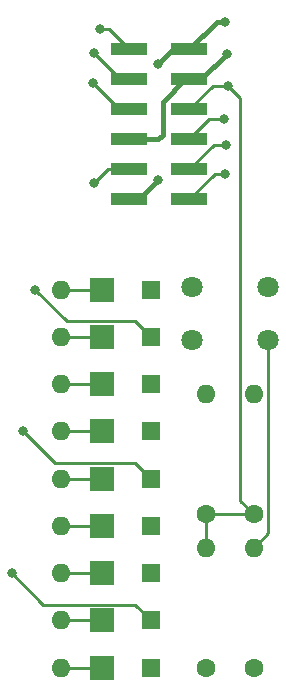
<source format=gbl>
%TF.GenerationSoftware,KiCad,Pcbnew,7.0.7*%
%TF.CreationDate,2024-02-05T11:19:36-08:00*%
%TF.ProjectId,Macro Pad 2 PCB,4d616372-6f20-4506-9164-203220504342,rev?*%
%TF.SameCoordinates,Original*%
%TF.FileFunction,Copper,L2,Bot*%
%TF.FilePolarity,Positive*%
%FSLAX46Y46*%
G04 Gerber Fmt 4.6, Leading zero omitted, Abs format (unit mm)*
G04 Created by KiCad (PCBNEW 7.0.7) date 2024-02-05 11:19:36*
%MOMM*%
%LPD*%
G01*
G04 APERTURE LIST*
%TA.AperFunction,ComponentPad*%
%ADD10R,1.600000X1.600000*%
%TD*%
%TA.AperFunction,ComponentPad*%
%ADD11O,1.600000X1.600000*%
%TD*%
%TA.AperFunction,ComponentPad*%
%ADD12C,1.800000*%
%TD*%
%TA.AperFunction,ComponentPad*%
%ADD13C,1.600000*%
%TD*%
%TA.AperFunction,SMDPad,CuDef*%
%ADD14R,2.000000X2.000000*%
%TD*%
%TA.AperFunction,SMDPad,CuDef*%
%ADD15R,3.150000X1.000000*%
%TD*%
%TA.AperFunction,ViaPad*%
%ADD16C,0.800000*%
%TD*%
%TA.AperFunction,Conductor*%
%ADD17C,0.254000*%
%TD*%
%TA.AperFunction,Conductor*%
%ADD18C,0.381000*%
%TD*%
G04 APERTURE END LIST*
D10*
%TO.P,D7,1,K*%
%TO.N,R0*%
X146280000Y-102000000D03*
D11*
%TO.P,D7,2,A*%
%TO.N,Net-(D7-A)*%
X138660000Y-102000000D03*
%TD*%
D10*
%TO.P,D8,1,K*%
%TO.N,R1*%
X146280000Y-90000000D03*
D11*
%TO.P,D8,2,A*%
%TO.N,Net-(D8-A)*%
X138660000Y-90000000D03*
%TD*%
D12*
%TO.P,SW1,1,A*%
%TO.N,Net-(U1-PB09_A7_D7_RX)*%
X156250000Y-77750000D03*
%TO.P,SW1,2,A*%
X149750000Y-82250000D03*
%TO.P,SW1,3,B*%
%TO.N,Net-(R5-Pad2)*%
X156250000Y-82250000D03*
%TO.P,SW1,4,B*%
X149750000Y-77750000D03*
%TD*%
D10*
%TO.P,D9,1,K*%
%TO.N,R2*%
X146280000Y-78000000D03*
D11*
%TO.P,D9,2,A*%
%TO.N,Net-(D9-A)*%
X138660000Y-78000000D03*
%TD*%
D13*
%TO.P,R2,1*%
%TO.N,+3.3V*%
X151000000Y-97000000D03*
D11*
%TO.P,R2,2*%
%TO.N,C1*%
X151000000Y-86840000D03*
%TD*%
D10*
%TO.P,D2,1,K*%
%TO.N,R1*%
X146280000Y-98000000D03*
D11*
%TO.P,D2,2,A*%
%TO.N,Net-(D2-A)*%
X138660000Y-98000000D03*
%TD*%
D10*
%TO.P,D1,1,K*%
%TO.N,R0*%
X146280000Y-110000000D03*
D11*
%TO.P,D1,2,A*%
%TO.N,Net-(D1-A)*%
X138660000Y-110000000D03*
%TD*%
D10*
%TO.P,D6,1,K*%
%TO.N,R2*%
X146280000Y-82000000D03*
D11*
%TO.P,D6,2,A*%
%TO.N,Net-(D6-A)*%
X138660000Y-82000000D03*
%TD*%
D10*
%TO.P,D3,1,K*%
%TO.N,R2*%
X146280000Y-86000000D03*
D11*
%TO.P,D3,2,A*%
%TO.N,Net-(D3-A)*%
X138660000Y-86000000D03*
%TD*%
D10*
%TO.P,D4,1,K*%
%TO.N,R0*%
X146280000Y-106000000D03*
D11*
%TO.P,D4,2,A*%
%TO.N,Net-(D4-A)*%
X138660000Y-106000000D03*
%TD*%
D13*
%TO.P,R1,1*%
%TO.N,+3.3V*%
X155000000Y-97000000D03*
D11*
%TO.P,R1,2*%
%TO.N,C0*%
X155000000Y-86840000D03*
%TD*%
D13*
%TO.P,R3,1*%
%TO.N,C2*%
X151000000Y-110000000D03*
D11*
%TO.P,R3,2*%
%TO.N,+3.3V*%
X151000000Y-99840000D03*
%TD*%
D13*
%TO.P,R5,1*%
%TO.N,GND*%
X155000000Y-110000000D03*
D11*
%TO.P,R5,2*%
%TO.N,Net-(R5-Pad2)*%
X155000000Y-99840000D03*
%TD*%
D10*
%TO.P,D5,1,K*%
%TO.N,R1*%
X146280000Y-94000000D03*
D11*
%TO.P,D5,2,A*%
%TO.N,Net-(D5-A)*%
X138660000Y-94000000D03*
%TD*%
D14*
%TO.P,J5,1,1*%
%TO.N,Net-(D4-A)*%
X142200000Y-106000000D03*
%TD*%
%TO.P,J6,1,1*%
%TO.N,Net-(D5-A)*%
X142200000Y-94000000D03*
%TD*%
D15*
%TO.P,J1,1,Pin_1*%
%TO.N,+5V*%
X149525000Y-57650000D03*
%TO.P,J1,2,Pin_2*%
%TO.N,A0*%
X144475000Y-57650000D03*
%TO.P,J1,3,Pin_3*%
%TO.N,GND*%
X149525000Y-60190000D03*
%TO.P,J1,4,Pin_4*%
%TO.N,A1*%
X144475000Y-60190000D03*
%TO.P,J1,5,Pin_5*%
%TO.N,+3.3V*%
X149525000Y-62730000D03*
%TO.P,J1,6,Pin_6*%
%TO.N,A2*%
X144475000Y-62730000D03*
%TO.P,J1,7,Pin_7*%
%TO.N,C0*%
X149525000Y-65270000D03*
%TO.P,J1,8,Pin_8*%
%TO.N,GND*%
X144475000Y-65270000D03*
%TO.P,J1,9,Pin_9*%
%TO.N,C1*%
X149525000Y-67810000D03*
%TO.P,J1,10,Pin_10*%
%TO.N,DLED*%
X144475000Y-67810000D03*
%TO.P,J1,11,Pin_11*%
%TO.N,C2*%
X149525000Y-70350000D03*
%TO.P,J1,12,Pin_12*%
%TO.N,+5V*%
X144475000Y-70350000D03*
%TD*%
D14*
%TO.P,J4,1,1*%
%TO.N,Net-(D3-A)*%
X142200000Y-86000000D03*
%TD*%
%TO.P,J9,1,1*%
%TO.N,Net-(D7-A)*%
X142200000Y-102000000D03*
%TD*%
%TO.P,J7,1,1*%
%TO.N,Net-(D6-A)*%
X142200000Y-82000000D03*
%TD*%
%TO.P,J10,1,1*%
%TO.N,Net-(D8-A)*%
X142200000Y-90000000D03*
%TD*%
%TO.P,J8,1,1*%
%TO.N,Net-(D9-A)*%
X142200000Y-78000000D03*
%TD*%
%TO.P,J2,1,1*%
%TO.N,Net-(D1-A)*%
X142200000Y-110000000D03*
%TD*%
%TO.P,J3,1,1*%
%TO.N,Net-(D2-A)*%
X142200000Y-98000000D03*
%TD*%
D16*
%TO.N,R0*%
X134500000Y-102000000D03*
%TO.N,R1*%
X135500000Y-90000000D03*
%TO.N,R2*%
X136500000Y-78000000D03*
%TO.N,+5V*%
X152560000Y-55300000D03*
X146920000Y-58920000D03*
X146920000Y-68680000D03*
%TO.N,GND*%
X152760000Y-58010000D03*
%TO.N,C0*%
X152450000Y-63580000D03*
%TO.N,C1*%
X152660000Y-65710000D03*
%TO.N,C2*%
X152580000Y-68170000D03*
%TO.N,DLED*%
X141500000Y-69000000D03*
%TO.N,A0*%
X142010000Y-55920000D03*
%TO.N,A1*%
X141490000Y-57970000D03*
%TO.N,A2*%
X141370000Y-60490000D03*
%TO.N,+3.3V*%
X152830000Y-60730000D03*
%TD*%
D17*
%TO.N,R0*%
X144953000Y-104673000D02*
X146280000Y-106000000D01*
X137173000Y-104673000D02*
X144953000Y-104673000D01*
X134500000Y-102000000D02*
X137173000Y-104673000D01*
%TO.N,Net-(D1-A)*%
X138660000Y-110000000D02*
X142200000Y-110000000D01*
%TO.N,R1*%
X144953000Y-92673000D02*
X146280000Y-94000000D01*
X135500000Y-90000000D02*
X138173000Y-92673000D01*
X138173000Y-92673000D02*
X144953000Y-92673000D01*
%TO.N,Net-(D2-A)*%
X142200000Y-98000000D02*
X138660000Y-98000000D01*
%TO.N,R2*%
X139173000Y-80673000D02*
X144953000Y-80673000D01*
X144953000Y-80673000D02*
X146280000Y-82000000D01*
X136500000Y-78000000D02*
X139173000Y-80673000D01*
%TO.N,Net-(D3-A)*%
X138660000Y-86000000D02*
X142200000Y-86000000D01*
%TO.N,Net-(D4-A)*%
X138660000Y-106000000D02*
X142200000Y-106000000D01*
%TO.N,Net-(D5-A)*%
X142200000Y-94000000D02*
X138660000Y-94000000D01*
%TO.N,Net-(D6-A)*%
X138660000Y-82000000D02*
X142200000Y-82000000D01*
%TO.N,Net-(D7-A)*%
X138660000Y-102000000D02*
X142200000Y-102000000D01*
%TO.N,Net-(D8-A)*%
X142200000Y-90000000D02*
X138660000Y-90000000D01*
%TO.N,Net-(D9-A)*%
X138660000Y-78000000D02*
X142200000Y-78000000D01*
D18*
%TO.N,+5V*%
X151875000Y-55300000D02*
X149525000Y-57650000D01*
X145250000Y-70350000D02*
X144475000Y-70350000D01*
X152560000Y-55300000D02*
X151875000Y-55300000D01*
X149525000Y-57650000D02*
X148190000Y-57650000D01*
X146920000Y-68680000D02*
X145250000Y-70350000D01*
X148190000Y-57650000D02*
X146920000Y-58920000D01*
%TO.N,GND*%
X150580000Y-60190000D02*
X149525000Y-60190000D01*
X149525000Y-60190000D02*
X149209000Y-60190000D01*
X147290000Y-64880000D02*
X146900000Y-65270000D01*
X146900000Y-65270000D02*
X144475000Y-65270000D01*
X147290000Y-62109000D02*
X147290000Y-64880000D01*
X152760000Y-58010000D02*
X150580000Y-60190000D01*
X149209000Y-60190000D02*
X147290000Y-62109000D01*
D17*
%TO.N,C0*%
X152450000Y-63580000D02*
X151215000Y-63580000D01*
X151215000Y-63580000D02*
X149525000Y-65270000D01*
%TO.N,C1*%
X152660000Y-65710000D02*
X151625000Y-65710000D01*
X151625000Y-65710000D02*
X149525000Y-67810000D01*
%TO.N,C2*%
X152580000Y-68170000D02*
X151705000Y-68170000D01*
X151705000Y-68170000D02*
X149525000Y-70350000D01*
%TO.N,DLED*%
X141500000Y-69000000D02*
X142690000Y-67810000D01*
X142690000Y-67810000D02*
X144475000Y-67810000D01*
%TO.N,Net-(R5-Pad2)*%
X156250000Y-82250000D02*
X156250000Y-98590000D01*
X156250000Y-98590000D02*
X155000000Y-99840000D01*
%TO.N,A0*%
X142010000Y-55920000D02*
X142745000Y-55920000D01*
X142745000Y-55920000D02*
X144475000Y-57650000D01*
%TO.N,A1*%
X141490000Y-57970000D02*
X143710000Y-60190000D01*
X143710000Y-60190000D02*
X144475000Y-60190000D01*
%TO.N,A2*%
X141370000Y-60490000D02*
X143610000Y-62730000D01*
X143610000Y-62730000D02*
X144475000Y-62730000D01*
%TO.N,+3.3V*%
X151525000Y-60730000D02*
X149525000Y-62730000D01*
X153873000Y-61773000D02*
X152830000Y-60730000D01*
X152830000Y-60730000D02*
X151525000Y-60730000D01*
X153873000Y-95873000D02*
X153873000Y-61773000D01*
X151000000Y-99840000D02*
X151000000Y-97000000D01*
X155000000Y-97000000D02*
X151000000Y-97000000D01*
X155000000Y-97000000D02*
X153873000Y-95873000D01*
%TD*%
M02*

</source>
